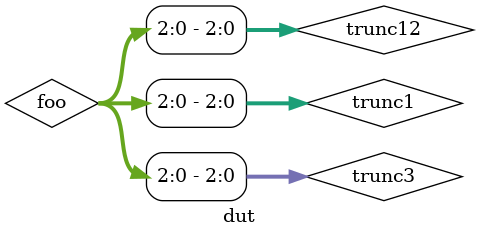
<source format=sv>


module dut;

  wire clk;
  wire [3:0] foo;
  wire [2:0] trunc1, trunc2, trunc3, trunc4, trunc5, trunc6, trunc7, trunc8;

  assign trunc1 = foo;
  assign trunc2 = (foo & 4'b0);

  always_comb
  begin
    trunc3 = foo;
    trunc4 = (foo & 4'b0);
  end

  always @(posedge clk)
  begin
    trunc5 <= foo;
    trunc6 <= (foo & 4'b0);
  end

  always_ff @(posedge clk)
  begin
    trunc7 <= foo;
    trunc8 <= (foo & 4'b0);
  end

  function [2:0] truncfun (logic [3:0] i) ;
    logic [2:0] trunc9;
    begin
      trunc9 = i;
      truncfun = i;
    end
  endfunction

  task trunctask (output [2:0] trunc10, input [3:0] i) ;
    logic [2:0] trunc11;
    begin
      trunc10 = i;
      trunc11 = i;
    end
  endtask

  logic [2:0] trunc12, trunc13;

  initial begin
    trunc12 = foo;
    trunc13 = (foo & 4'b0);
  end

endmodule

</source>
